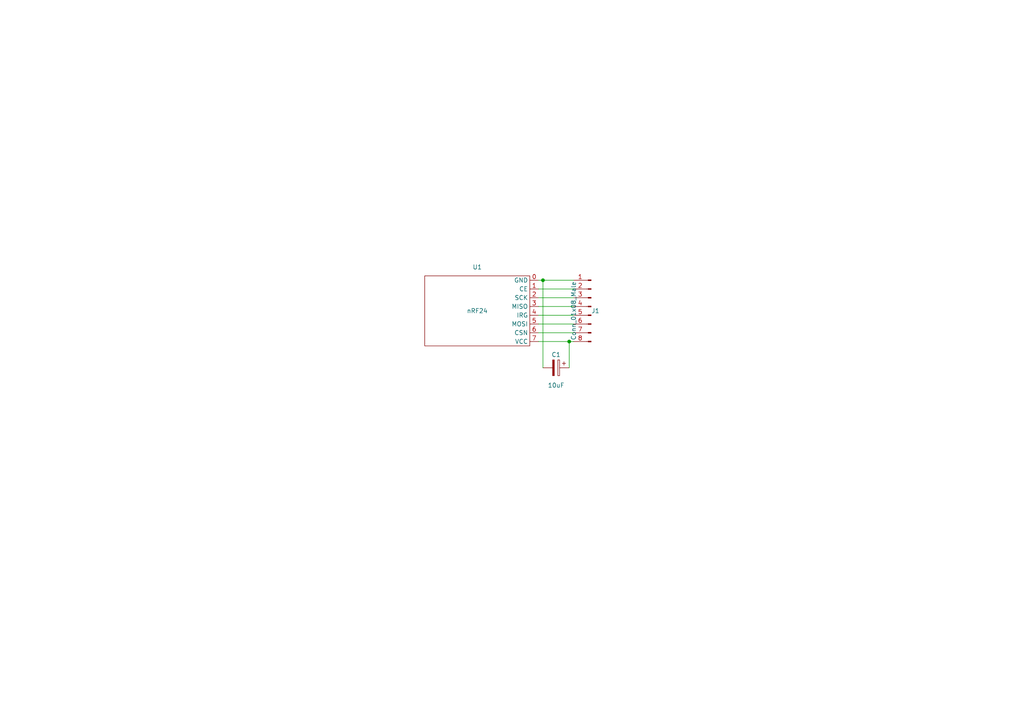
<source format=kicad_sch>
(kicad_sch (version 20211123) (generator eeschema)

  (uuid e63e39d7-6ac0-4ffd-8aa3-1841a4541b55)

  (paper "A4")

  (title_block
    (title "nRF24 Breakout Board")
    (date "2022-05-21")
    (rev "1.0")
    (company "SMART INDUSTRIES")
    (comment 1 "CEO")
  )

  (lib_symbols
    (symbol "Connector:Conn_01x08_Male" (pin_names (offset 1.016) hide) (in_bom yes) (on_board yes)
      (property "Reference" "J" (id 0) (at 0 10.16 0)
        (effects (font (size 1.27 1.27)))
      )
      (property "Value" "Conn_01x08_Male" (id 1) (at 0 -12.7 0)
        (effects (font (size 1.27 1.27)))
      )
      (property "Footprint" "" (id 2) (at 0 0 0)
        (effects (font (size 1.27 1.27)) hide)
      )
      (property "Datasheet" "~" (id 3) (at 0 0 0)
        (effects (font (size 1.27 1.27)) hide)
      )
      (property "ki_keywords" "connector" (id 4) (at 0 0 0)
        (effects (font (size 1.27 1.27)) hide)
      )
      (property "ki_description" "Generic connector, single row, 01x08, script generated (kicad-library-utils/schlib/autogen/connector/)" (id 5) (at 0 0 0)
        (effects (font (size 1.27 1.27)) hide)
      )
      (property "ki_fp_filters" "Connector*:*_1x??_*" (id 6) (at 0 0 0)
        (effects (font (size 1.27 1.27)) hide)
      )
      (symbol "Conn_01x08_Male_1_1"
        (polyline
          (pts
            (xy 1.27 -10.16)
            (xy 0.8636 -10.16)
          )
          (stroke (width 0.1524) (type default) (color 0 0 0 0))
          (fill (type none))
        )
        (polyline
          (pts
            (xy 1.27 -7.62)
            (xy 0.8636 -7.62)
          )
          (stroke (width 0.1524) (type default) (color 0 0 0 0))
          (fill (type none))
        )
        (polyline
          (pts
            (xy 1.27 -5.08)
            (xy 0.8636 -5.08)
          )
          (stroke (width 0.1524) (type default) (color 0 0 0 0))
          (fill (type none))
        )
        (polyline
          (pts
            (xy 1.27 -2.54)
            (xy 0.8636 -2.54)
          )
          (stroke (width 0.1524) (type default) (color 0 0 0 0))
          (fill (type none))
        )
        (polyline
          (pts
            (xy 1.27 0)
            (xy 0.8636 0)
          )
          (stroke (width 0.1524) (type default) (color 0 0 0 0))
          (fill (type none))
        )
        (polyline
          (pts
            (xy 1.27 2.54)
            (xy 0.8636 2.54)
          )
          (stroke (width 0.1524) (type default) (color 0 0 0 0))
          (fill (type none))
        )
        (polyline
          (pts
            (xy 1.27 5.08)
            (xy 0.8636 5.08)
          )
          (stroke (width 0.1524) (type default) (color 0 0 0 0))
          (fill (type none))
        )
        (polyline
          (pts
            (xy 1.27 7.62)
            (xy 0.8636 7.62)
          )
          (stroke (width 0.1524) (type default) (color 0 0 0 0))
          (fill (type none))
        )
        (rectangle (start 0.8636 -10.033) (end 0 -10.287)
          (stroke (width 0.1524) (type default) (color 0 0 0 0))
          (fill (type outline))
        )
        (rectangle (start 0.8636 -7.493) (end 0 -7.747)
          (stroke (width 0.1524) (type default) (color 0 0 0 0))
          (fill (type outline))
        )
        (rectangle (start 0.8636 -4.953) (end 0 -5.207)
          (stroke (width 0.1524) (type default) (color 0 0 0 0))
          (fill (type outline))
        )
        (rectangle (start 0.8636 -2.413) (end 0 -2.667)
          (stroke (width 0.1524) (type default) (color 0 0 0 0))
          (fill (type outline))
        )
        (rectangle (start 0.8636 0.127) (end 0 -0.127)
          (stroke (width 0.1524) (type default) (color 0 0 0 0))
          (fill (type outline))
        )
        (rectangle (start 0.8636 2.667) (end 0 2.413)
          (stroke (width 0.1524) (type default) (color 0 0 0 0))
          (fill (type outline))
        )
        (rectangle (start 0.8636 5.207) (end 0 4.953)
          (stroke (width 0.1524) (type default) (color 0 0 0 0))
          (fill (type outline))
        )
        (rectangle (start 0.8636 7.747) (end 0 7.493)
          (stroke (width 0.1524) (type default) (color 0 0 0 0))
          (fill (type outline))
        )
        (pin passive line (at 5.08 7.62 180) (length 3.81)
          (name "Pin_1" (effects (font (size 1.27 1.27))))
          (number "1" (effects (font (size 1.27 1.27))))
        )
        (pin passive line (at 5.08 5.08 180) (length 3.81)
          (name "Pin_2" (effects (font (size 1.27 1.27))))
          (number "2" (effects (font (size 1.27 1.27))))
        )
        (pin passive line (at 5.08 2.54 180) (length 3.81)
          (name "Pin_3" (effects (font (size 1.27 1.27))))
          (number "3" (effects (font (size 1.27 1.27))))
        )
        (pin passive line (at 5.08 0 180) (length 3.81)
          (name "Pin_4" (effects (font (size 1.27 1.27))))
          (number "4" (effects (font (size 1.27 1.27))))
        )
        (pin passive line (at 5.08 -2.54 180) (length 3.81)
          (name "Pin_5" (effects (font (size 1.27 1.27))))
          (number "5" (effects (font (size 1.27 1.27))))
        )
        (pin passive line (at 5.08 -5.08 180) (length 3.81)
          (name "Pin_6" (effects (font (size 1.27 1.27))))
          (number "6" (effects (font (size 1.27 1.27))))
        )
        (pin passive line (at 5.08 -7.62 180) (length 3.81)
          (name "Pin_7" (effects (font (size 1.27 1.27))))
          (number "7" (effects (font (size 1.27 1.27))))
        )
        (pin passive line (at 5.08 -10.16 180) (length 3.81)
          (name "Pin_8" (effects (font (size 1.27 1.27))))
          (number "8" (effects (font (size 1.27 1.27))))
        )
      )
    )
    (symbol "CustomLibrary:nRF24" (in_bom yes) (on_board yes)
      (property "Reference" "U" (id 0) (at 5.08 10.16 0)
        (effects (font (size 1.27 1.27)))
      )
      (property "Value" "nRF24" (id 1) (at 5.08 -2.54 0)
        (effects (font (size 1.27 1.27)))
      )
      (property "Footprint" "" (id 2) (at 0 0 0)
        (effects (font (size 1.27 1.27)) hide)
      )
      (property "Datasheet" "" (id 3) (at 0 0 0)
        (effects (font (size 1.27 1.27)) hide)
      )
      (symbol "nRF24_0_1"
        (rectangle (start -10.16 8.89) (end 20.32 -11.43)
          (stroke (width 0) (type default) (color 0 0 0 0))
          (fill (type none))
        )
      )
      (symbol "nRF24_1_1"
        (pin output line (at 22.86 7.62 180) (length 2.54)
          (name "GND" (effects (font (size 1.27 1.27))))
          (number "0" (effects (font (size 1.27 1.27))))
        )
        (pin input line (at 22.86 5.08 180) (length 2.54)
          (name "CE" (effects (font (size 1.27 1.27))))
          (number "1" (effects (font (size 1.27 1.27))))
        )
        (pin input line (at 22.86 2.54 180) (length 2.54)
          (name "SCK" (effects (font (size 1.27 1.27))))
          (number "2" (effects (font (size 1.27 1.27))))
        )
        (pin output line (at 22.86 0 180) (length 2.54)
          (name "MISO" (effects (font (size 1.27 1.27))))
          (number "3" (effects (font (size 1.27 1.27))))
        )
        (pin output line (at 22.86 -2.54 180) (length 2.54)
          (name "IRG" (effects (font (size 1.27 1.27))))
          (number "4" (effects (font (size 1.27 1.27))))
        )
        (pin input line (at 22.86 -5.08 180) (length 2.54)
          (name "MOSI" (effects (font (size 1.27 1.27))))
          (number "5" (effects (font (size 1.27 1.27))))
        )
        (pin input line (at 22.86 -7.62 180) (length 2.54)
          (name "CSN" (effects (font (size 1.27 1.27))))
          (number "6" (effects (font (size 1.27 1.27))))
        )
        (pin input line (at 22.86 -10.16 180) (length 2.54)
          (name "VCC" (effects (font (size 1.27 1.27))))
          (number "7" (effects (font (size 1.27 1.27))))
        )
      )
    )
    (symbol "Device:C_Polarized" (pin_numbers hide) (pin_names (offset 0.254)) (in_bom yes) (on_board yes)
      (property "Reference" "C" (id 0) (at 0.635 2.54 0)
        (effects (font (size 1.27 1.27)) (justify left))
      )
      (property "Value" "C_Polarized" (id 1) (at 0.635 -2.54 0)
        (effects (font (size 1.27 1.27)) (justify left))
      )
      (property "Footprint" "" (id 2) (at 0.9652 -3.81 0)
        (effects (font (size 1.27 1.27)) hide)
      )
      (property "Datasheet" "~" (id 3) (at 0 0 0)
        (effects (font (size 1.27 1.27)) hide)
      )
      (property "ki_keywords" "cap capacitor" (id 4) (at 0 0 0)
        (effects (font (size 1.27 1.27)) hide)
      )
      (property "ki_description" "Polarized capacitor" (id 5) (at 0 0 0)
        (effects (font (size 1.27 1.27)) hide)
      )
      (property "ki_fp_filters" "CP_*" (id 6) (at 0 0 0)
        (effects (font (size 1.27 1.27)) hide)
      )
      (symbol "C_Polarized_0_1"
        (rectangle (start -2.286 0.508) (end 2.286 1.016)
          (stroke (width 0) (type default) (color 0 0 0 0))
          (fill (type none))
        )
        (polyline
          (pts
            (xy -1.778 2.286)
            (xy -0.762 2.286)
          )
          (stroke (width 0) (type default) (color 0 0 0 0))
          (fill (type none))
        )
        (polyline
          (pts
            (xy -1.27 2.794)
            (xy -1.27 1.778)
          )
          (stroke (width 0) (type default) (color 0 0 0 0))
          (fill (type none))
        )
        (rectangle (start 2.286 -0.508) (end -2.286 -1.016)
          (stroke (width 0) (type default) (color 0 0 0 0))
          (fill (type outline))
        )
      )
      (symbol "C_Polarized_1_1"
        (pin passive line (at 0 3.81 270) (length 2.794)
          (name "~" (effects (font (size 1.27 1.27))))
          (number "1" (effects (font (size 1.27 1.27))))
        )
        (pin passive line (at 0 -3.81 90) (length 2.794)
          (name "~" (effects (font (size 1.27 1.27))))
          (number "2" (effects (font (size 1.27 1.27))))
        )
      )
    )
  )

  (junction (at 165.1 99.06) (diameter 0) (color 0 0 0 0)
    (uuid 01005ded-50ff-4590-bbb8-6f4b4a7c2248)
  )
  (junction (at 157.48 81.28) (diameter 0) (color 0 0 0 0)
    (uuid f2df0c0f-a43a-4f12-8eb0-b92be0222394)
  )

  (wire (pts (xy 165.1 99.06) (xy 166.37 99.06))
    (stroke (width 0) (type default) (color 0 0 0 0))
    (uuid 0b64313d-7fc6-4d04-bb48-1cbd43634311)
  )
  (wire (pts (xy 156.21 81.28) (xy 157.48 81.28))
    (stroke (width 0) (type default) (color 0 0 0 0))
    (uuid 0db8357b-e4a3-483b-b6fb-fd13d60af228)
  )
  (wire (pts (xy 156.21 86.36) (xy 166.37 86.36))
    (stroke (width 0) (type default) (color 0 0 0 0))
    (uuid 27d0641e-4462-47c1-be5b-fea074c61ddf)
  )
  (wire (pts (xy 156.21 83.82) (xy 166.37 83.82))
    (stroke (width 0) (type default) (color 0 0 0 0))
    (uuid 37699ada-faad-44af-bc54-2bd9992b83c5)
  )
  (wire (pts (xy 157.48 81.28) (xy 157.48 106.68))
    (stroke (width 0) (type default) (color 0 0 0 0))
    (uuid 6dd8e511-8d67-487c-86c8-bb3d78e00c8e)
  )
  (wire (pts (xy 156.21 99.06) (xy 165.1 99.06))
    (stroke (width 0) (type default) (color 0 0 0 0))
    (uuid 7003a46a-fac9-4524-b8a4-31ff4e996e2e)
  )
  (wire (pts (xy 157.48 81.28) (xy 166.37 81.28))
    (stroke (width 0) (type default) (color 0 0 0 0))
    (uuid 73bcdfab-5127-42eb-953a-eb82fd5cb065)
  )
  (wire (pts (xy 156.21 91.44) (xy 166.37 91.44))
    (stroke (width 0) (type default) (color 0 0 0 0))
    (uuid 7a90d089-3f47-41b2-98dc-ed4e9de11862)
  )
  (wire (pts (xy 156.21 96.52) (xy 166.37 96.52))
    (stroke (width 0) (type default) (color 0 0 0 0))
    (uuid 9dbdb48c-6a5b-4b45-8ae8-ead24c7cabb0)
  )
  (wire (pts (xy 156.21 93.98) (xy 166.37 93.98))
    (stroke (width 0) (type default) (color 0 0 0 0))
    (uuid a28bb32d-1b6a-48a3-a01f-d30c43909954)
  )
  (wire (pts (xy 156.21 88.9) (xy 166.37 88.9))
    (stroke (width 0) (type default) (color 0 0 0 0))
    (uuid b949797e-33ae-4efd-9137-65f1a99ce48d)
  )
  (wire (pts (xy 165.1 99.06) (xy 165.1 106.68))
    (stroke (width 0) (type default) (color 0 0 0 0))
    (uuid c4839b76-8fb4-40b0-9afa-df3434f81eec)
  )

  (symbol (lib_id "Device:C_Polarized") (at 161.29 106.68 270) (unit 1)
    (in_bom yes) (on_board yes)
    (uuid 468cf06a-2a9e-4161-944d-dea61d3b03cf)
    (property "Reference" "C1" (id 0) (at 161.29 102.87 90))
    (property "Value" "" (id 1) (at 161.29 111.76 90))
    (property "Footprint" "" (id 2) (at 157.48 107.6452 0)
      (effects (font (size 1.27 1.27)) hide)
    )
    (property "Datasheet" "~" (id 3) (at 161.29 106.68 0)
      (effects (font (size 1.27 1.27)) hide)
    )
    (pin "1" (uuid 3edaf8b7-e59b-4cc8-83a7-d3c1ef8c636a))
    (pin "2" (uuid 6d29c4d4-4e9c-4f08-a4d9-e952a819fbdf))
  )

  (symbol (lib_id "Connector:Conn_01x08_Male") (at 171.45 88.9 0) (mirror y) (unit 1)
    (in_bom yes) (on_board yes)
    (uuid 9b0bdd01-8671-43b0-a690-85b1b211ff4e)
    (property "Reference" "J1" (id 0) (at 172.72 90.17 0))
    (property "Value" "" (id 1) (at 166.37 90.17 90))
    (property "Footprint" "" (id 2) (at 171.45 88.9 0)
      (effects (font (size 1.27 1.27)) hide)
    )
    (property "Datasheet" "~" (id 3) (at 171.45 88.9 0)
      (effects (font (size 1.27 1.27)) hide)
    )
    (pin "1" (uuid d60ddee3-3685-41f4-9f86-979901131b67))
    (pin "2" (uuid 90fdb165-1708-491a-9fd1-cc0451817176))
    (pin "3" (uuid 0da0b0c5-5d6c-4977-8d60-d7b14bc6367d))
    (pin "4" (uuid 7cd7460a-de4d-4e2d-ab86-f2bbbcecffa6))
    (pin "5" (uuid 931bb4cf-a6ba-41ca-ba4c-951036e4380b))
    (pin "6" (uuid 8656927c-d21a-4c21-bbce-59fe9fc6c17c))
    (pin "7" (uuid 051bc363-fba1-444e-8503-a4b387f3616c))
    (pin "8" (uuid 7a1bfc36-ef05-4214-80d9-db7f491573ae))
  )

  (symbol (lib_id "CustomLibrary:nRF24") (at 133.35 88.9 0) (unit 1)
    (in_bom yes) (on_board yes)
    (uuid cc866a56-95f7-4062-90c1-5b0572fb8b19)
    (property "Reference" "U1" (id 0) (at 138.43 77.47 0))
    (property "Value" "" (id 1) (at 138.43 90.17 0))
    (property "Footprint" "" (id 2) (at 133.35 88.9 0)
      (effects (font (size 1.27 1.27)) hide)
    )
    (property "Datasheet" "" (id 3) (at 133.35 88.9 0)
      (effects (font (size 1.27 1.27)) hide)
    )
    (pin "0" (uuid 53ddb89e-87bf-472e-8663-d4f24f779e3a))
    (pin "1" (uuid bb48005b-b3a1-429a-96b6-9f5ac93b603a))
    (pin "2" (uuid 4353f38c-faba-4875-8e1d-f20b27b35655))
    (pin "3" (uuid 414557ec-2ef1-4af7-ab17-e96c14acbc73))
    (pin "4" (uuid 8c1d4f44-3e63-4e49-9601-285b20551ca2))
    (pin "5" (uuid f2b791cc-bbb5-493e-9729-0d5dd1d1546e))
    (pin "6" (uuid e5b6ce0d-0226-4935-8057-ee6b8dba2942))
    (pin "7" (uuid 8f5ae0c1-79dd-4dca-9fbb-11a6878f3f4a))
  )

  (sheet_instances
    (path "/" (page "1"))
  )

  (symbol_instances
    (path "/468cf06a-2a9e-4161-944d-dea61d3b03cf"
      (reference "C1") (unit 1) (value "10uF") (footprint "Capacitor_THT:CP_Radial_D10.0mm_P5.00mm")
    )
    (path "/9b0bdd01-8671-43b0-a690-85b1b211ff4e"
      (reference "J1") (unit 1) (value "Conn_01x08_Male") (footprint "Connector_PinHeader_2.54mm:PinHeader_1x08_P2.54mm_Vertical")
    )
    (path "/cc866a56-95f7-4062-90c1-5b0572fb8b19"
      (reference "U1") (unit 1) (value "nRF24") (footprint "CustomFootprints:nRF24")
    )
  )
)

</source>
